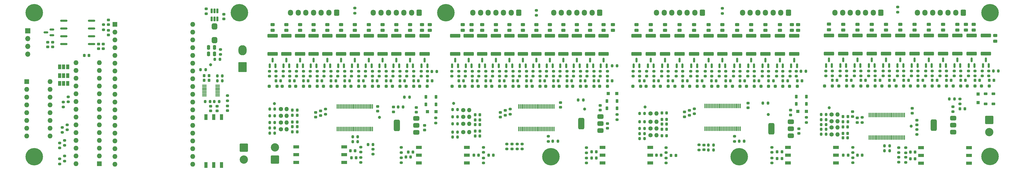
<source format=gts>
%TF.GenerationSoftware,KiCad,Pcbnew,8.0.4*%
%TF.CreationDate,2024-08-06T18:21:14+08:00*%
%TF.ProjectId,LTC6811_ESP32_V3,4c544336-3831-4315-9f45-535033325f56,rev?*%
%TF.SameCoordinates,Original*%
%TF.FileFunction,Soldermask,Top*%
%TF.FilePolarity,Negative*%
%FSLAX46Y46*%
G04 Gerber Fmt 4.6, Leading zero omitted, Abs format (unit mm)*
G04 Created by KiCad (PCBNEW 8.0.4) date 2024-08-06 18:21:14*
%MOMM*%
%LPD*%
G01*
G04 APERTURE LIST*
G04 Aperture macros list*
%AMRoundRect*
0 Rectangle with rounded corners*
0 $1 Rounding radius*
0 $2 $3 $4 $5 $6 $7 $8 $9 X,Y pos of 4 corners*
0 Add a 4 corners polygon primitive as box body*
4,1,4,$2,$3,$4,$5,$6,$7,$8,$9,$2,$3,0*
0 Add four circle primitives for the rounded corners*
1,1,$1+$1,$2,$3*
1,1,$1+$1,$4,$5*
1,1,$1+$1,$6,$7*
1,1,$1+$1,$8,$9*
0 Add four rect primitives between the rounded corners*
20,1,$1+$1,$2,$3,$4,$5,0*
20,1,$1+$1,$4,$5,$6,$7,0*
20,1,$1+$1,$6,$7,$8,$9,0*
20,1,$1+$1,$8,$9,$2,$3,0*%
G04 Aperture macros list end*
%ADD10R,1.600000X1.600000*%
%ADD11O,1.600000X1.600000*%
%ADD12RoundRect,0.225000X0.225000X0.375000X-0.225000X0.375000X-0.225000X-0.375000X0.225000X-0.375000X0*%
%ADD13RoundRect,0.218750X0.256250X-0.218750X0.256250X0.218750X-0.256250X0.218750X-0.256250X-0.218750X0*%
%ADD14RoundRect,0.200000X0.275000X-0.200000X0.275000X0.200000X-0.275000X0.200000X-0.275000X-0.200000X0*%
%ADD15C,1.000000*%
%ADD16RoundRect,0.150000X0.150000X-0.587500X0.150000X0.587500X-0.150000X0.587500X-0.150000X-0.587500X0*%
%ADD17RoundRect,0.250000X0.250000X0.250000X-0.250000X0.250000X-0.250000X-0.250000X0.250000X-0.250000X0*%
%ADD18RoundRect,0.243750X-0.456250X0.243750X-0.456250X-0.243750X0.456250X-0.243750X0.456250X0.243750X0*%
%ADD19RoundRect,0.200000X-0.275000X0.200000X-0.275000X-0.200000X0.275000X-0.200000X0.275000X0.200000X0*%
%ADD20RoundRect,0.200000X0.200000X0.275000X-0.200000X0.275000X-0.200000X-0.275000X0.200000X-0.275000X0*%
%ADD21RoundRect,0.250001X-1.099999X1.099999X-1.099999X-1.099999X1.099999X-1.099999X1.099999X1.099999X0*%
%ADD22C,2.700000*%
%ADD23RoundRect,0.225000X-0.225000X-0.250000X0.225000X-0.250000X0.225000X0.250000X-0.225000X0.250000X0*%
%ADD24RoundRect,0.225000X0.225000X0.250000X-0.225000X0.250000X-0.225000X-0.250000X0.225000X-0.250000X0*%
%ADD25C,1.400000*%
%ADD26O,1.400000X1.400000*%
%ADD27RoundRect,0.250000X-1.425000X0.362500X-1.425000X-0.362500X1.425000X-0.362500X1.425000X0.362500X0*%
%ADD28R,1.000000X1.500000*%
%ADD29O,1.700000X1.950000*%
%ADD30RoundRect,0.250000X0.600000X0.725000X-0.600000X0.725000X-0.600000X-0.725000X0.600000X-0.725000X0*%
%ADD31RoundRect,0.200000X-0.200000X-0.275000X0.200000X-0.275000X0.200000X0.275000X-0.200000X0.275000X0*%
%ADD32C,5.700000*%
%ADD33RoundRect,0.225000X-0.250000X0.225000X-0.250000X-0.225000X0.250000X-0.225000X0.250000X0.225000X0*%
%ADD34RoundRect,0.225000X0.250000X-0.225000X0.250000X0.225000X-0.250000X0.225000X-0.250000X-0.225000X0*%
%ADD35RoundRect,0.150000X0.587500X0.150000X-0.587500X0.150000X-0.587500X-0.150000X0.587500X-0.150000X0*%
%ADD36RoundRect,0.075000X-0.075000X0.662500X-0.075000X-0.662500X0.075000X-0.662500X0.075000X0.662500X0*%
%ADD37RoundRect,0.225000X-0.375000X0.225000X-0.375000X-0.225000X0.375000X-0.225000X0.375000X0.225000X0*%
%ADD38RoundRect,0.250001X1.099999X-1.099999X1.099999X1.099999X-1.099999X1.099999X-1.099999X-1.099999X0*%
%ADD39R,1.950000X1.020000*%
%ADD40RoundRect,0.250000X0.300000X0.300000X-0.300000X0.300000X-0.300000X-0.300000X0.300000X-0.300000X0*%
%ADD41RoundRect,0.450000X-0.450000X0.550000X-0.450000X-0.550000X0.450000X-0.550000X0.450000X0.550000X0*%
%ADD42RoundRect,0.162500X0.162500X-0.617500X0.162500X0.617500X-0.162500X0.617500X-0.162500X-0.617500X0*%
%ADD43RoundRect,0.250000X-0.300000X0.300000X-0.300000X-0.300000X0.300000X-0.300000X0.300000X0.300000X0*%
%ADD44RoundRect,0.250000X0.250000X0.475000X-0.250000X0.475000X-0.250000X-0.475000X0.250000X-0.475000X0*%
%ADD45RoundRect,0.162500X1.012500X0.162500X-1.012500X0.162500X-1.012500X-0.162500X1.012500X-0.162500X0*%
%ADD46RoundRect,0.250001X1.099999X1.399999X-1.099999X1.399999X-1.099999X-1.399999X1.099999X-1.399999X0*%
%ADD47O,2.700000X3.300000*%
%ADD48RoundRect,0.218750X-0.256250X0.218750X-0.256250X-0.218750X0.256250X-0.218750X0.256250X0.218750X0*%
%ADD49RoundRect,0.375000X0.625000X0.375000X-0.625000X0.375000X-0.625000X-0.375000X0.625000X-0.375000X0*%
%ADD50RoundRect,0.500000X0.500000X1.400000X-0.500000X1.400000X-0.500000X-1.400000X0.500000X-1.400000X0*%
%ADD51RoundRect,0.075000X-0.650000X-0.075000X0.650000X-0.075000X0.650000X0.075000X-0.650000X0.075000X0*%
%ADD52R,1.020000X1.950000*%
%ADD53R,1.700000X1.700000*%
%ADD54O,1.700000X1.700000*%
G04 APERTURE END LIST*
D10*
%TO.C,U8*%
X70365000Y-122821928D03*
D11*
X70365000Y-125361928D03*
X70365000Y-127901928D03*
X70365000Y-130441928D03*
X70365000Y-132981928D03*
X70365000Y-135521928D03*
X70365000Y-138061928D03*
X70365000Y-140601928D03*
X70365000Y-143141928D03*
X70365000Y-145681928D03*
X70365000Y-148221928D03*
X70365000Y-150761928D03*
X70365000Y-153301928D03*
X70365000Y-155841928D03*
X70365000Y-158381928D03*
X70365000Y-160921928D03*
X70365000Y-163461928D03*
X70365000Y-166001928D03*
X70365000Y-168541928D03*
X95765000Y-168541928D03*
X95765000Y-166001928D03*
X95765000Y-163461928D03*
X95765000Y-160921928D03*
X95765000Y-158381928D03*
X95765000Y-155841928D03*
X95765000Y-153301928D03*
X95765000Y-150761928D03*
X95765000Y-148221928D03*
X95765000Y-145681928D03*
X95765000Y-143141928D03*
X95765000Y-140601928D03*
X95765000Y-138061928D03*
X95765000Y-135521928D03*
X95765000Y-132981928D03*
X95765000Y-130441928D03*
X95765000Y-127901928D03*
X95765000Y-125361928D03*
X95765000Y-122821928D03*
%TD*%
D12*
%TO.C,D39*%
X296100000Y-148841928D03*
X292800000Y-148841928D03*
%TD*%
D13*
%TO.C,D25*%
X200000000Y-163529428D03*
X200000000Y-161954428D03*
%TD*%
D14*
%TO.C,R189*%
X243950000Y-139754428D03*
X243950000Y-138104428D03*
%TD*%
D15*
%TO.C,TP7*%
X283600000Y-152241928D03*
%TD*%
D16*
%TO.C,Q36*%
X253700000Y-136366928D03*
X255600000Y-136366928D03*
X254650000Y-134491928D03*
%TD*%
D14*
%TO.C,R138*%
X184750000Y-139766928D03*
X184750000Y-138116928D03*
%TD*%
D17*
%TO.C,D43*%
X288400000Y-143041928D03*
X285900000Y-143041928D03*
%TD*%
D16*
%TO.C,Q50*%
X311800000Y-136279428D03*
X313700000Y-136279428D03*
X312750000Y-134404428D03*
%TD*%
D18*
%TO.C,F51*%
X308100000Y-122804428D03*
X308100000Y-124679428D03*
%TD*%
D19*
%TO.C,R91*%
X234250000Y-152316928D03*
X234250000Y-153966928D03*
%TD*%
D20*
%TO.C,R4*%
X122525000Y-156641928D03*
X120875000Y-156641928D03*
%TD*%
D21*
%TO.C,J9*%
X355750000Y-154042500D03*
D22*
X355750000Y-158002500D03*
%TD*%
D23*
%TO.C,C72*%
X312725000Y-165541928D03*
X314275000Y-165541928D03*
%TD*%
D16*
%TO.C,Q39*%
X239650000Y-136379428D03*
X241550000Y-136379428D03*
X240600000Y-134504428D03*
%TD*%
D24*
%TO.C,C9*%
X189480000Y-154041928D03*
X187930000Y-154041928D03*
%TD*%
D14*
%TO.C,R225*%
X330400000Y-139666928D03*
X330400000Y-138016928D03*
%TD*%
D23*
%TO.C,C132*%
X341800000Y-141141928D03*
X343350000Y-141141928D03*
%TD*%
D18*
%TO.C,F10*%
X135200000Y-122904428D03*
X135200000Y-124779428D03*
%TD*%
D25*
%TO.C,TH19*%
X304295000Y-154441928D03*
D26*
X306195000Y-154441928D03*
%TD*%
D27*
%TO.C,R211*%
X350000000Y-126479428D03*
X350000000Y-132404428D03*
%TD*%
D28*
%TO.C,JP3*%
X52300000Y-136741928D03*
X53600000Y-136741928D03*
X54900000Y-136741928D03*
%TD*%
D23*
%TO.C,C84*%
X200300000Y-141241928D03*
X201850000Y-141241928D03*
%TD*%
D29*
%TO.C,J15*%
X247150000Y-119041928D03*
X249650000Y-119041928D03*
X252150000Y-119041928D03*
X254650000Y-119041928D03*
X257150000Y-119041928D03*
X259650000Y-119041928D03*
D30*
X262150000Y-119041928D03*
%TD*%
D29*
%TO.C,J14*%
X275200000Y-119041928D03*
X277700000Y-119041928D03*
X280200000Y-119041928D03*
X282700000Y-119041928D03*
X285200000Y-119041928D03*
X287700000Y-119041928D03*
D30*
X290200000Y-119041928D03*
%TD*%
D16*
%TO.C,Q46*%
X330450000Y-136279428D03*
X332350000Y-136279428D03*
X331400000Y-134404428D03*
%TD*%
D19*
%TO.C,R2*%
X163800000Y-163041928D03*
X163800000Y-164691928D03*
%TD*%
D14*
%TO.C,R170*%
X274400000Y-139754428D03*
X274400000Y-138104428D03*
%TD*%
D31*
%TO.C,R18*%
X300875000Y-158741928D03*
X302525000Y-158741928D03*
%TD*%
D17*
%TO.C,D14*%
X154400000Y-143041928D03*
X151900000Y-143041928D03*
%TD*%
D18*
%TO.C,F5*%
X157700000Y-122904428D03*
X157700000Y-124779428D03*
%TD*%
D14*
%TO.C,R210*%
X353500000Y-139666928D03*
X353500000Y-138016928D03*
%TD*%
D16*
%TO.C,Q51*%
X307125000Y-136279428D03*
X309025000Y-136279428D03*
X308075000Y-134404428D03*
%TD*%
D17*
%TO.C,D68*%
X309175000Y-142941928D03*
X306675000Y-142941928D03*
%TD*%
D32*
%TO.C,J1*%
X356000000Y-119000000D03*
%TD*%
D16*
%TO.C,Q29*%
X286500000Y-136366928D03*
X288400000Y-136366928D03*
X287450000Y-134491928D03*
%TD*%
D33*
%TO.C,C34*%
X65000000Y-129241928D03*
X65000000Y-130791928D03*
%TD*%
D18*
%TO.C,F19*%
X212300000Y-122904428D03*
X212300000Y-124779428D03*
%TD*%
D23*
%TO.C,C62*%
X122925000Y-141241928D03*
X124475000Y-141241928D03*
%TD*%
D34*
%TO.C,C35*%
X48400000Y-130216928D03*
X48400000Y-128666928D03*
%TD*%
D31*
%TO.C,R48*%
X162775000Y-149841928D03*
X164425000Y-149841928D03*
%TD*%
D14*
%TO.C,R26*%
X328500000Y-167925000D03*
X328500000Y-166275000D03*
%TD*%
D27*
%TO.C,R121*%
X207900000Y-126579428D03*
X207900000Y-132504428D03*
%TD*%
D24*
%TO.C,C18*%
X309570000Y-156341928D03*
X308020000Y-156341928D03*
%TD*%
D19*
%TO.C,R52*%
X311200000Y-166416928D03*
X311200000Y-168066928D03*
%TD*%
D27*
%TO.C,R88*%
X121825000Y-126579428D03*
X121825000Y-132504428D03*
%TD*%
D24*
%TO.C,C5*%
X129829962Y-150854428D03*
X128279962Y-150854428D03*
%TD*%
D15*
%TO.C,TP3*%
X156700000Y-153241928D03*
%TD*%
D18*
%TO.C,F31*%
X278050000Y-122891928D03*
X278050000Y-124766928D03*
%TD*%
D23*
%TO.C,C107*%
X274400000Y-141241928D03*
X275950000Y-141241928D03*
%TD*%
D25*
%TO.C,TH8*%
X184095000Y-155341928D03*
D26*
X185995000Y-155341928D03*
%TD*%
D14*
%TO.C,R233*%
X318525000Y-139666928D03*
X318525000Y-138016928D03*
%TD*%
D35*
%TO.C,D5*%
X49737500Y-126391928D03*
X49737500Y-124491928D03*
X47862500Y-125441928D03*
%TD*%
D20*
%TO.C,R19*%
X302525000Y-157141928D03*
X300875000Y-157141928D03*
%TD*%
D19*
%TO.C,R49*%
X190700000Y-162991928D03*
X190700000Y-164641928D03*
%TD*%
D14*
%TO.C,R123*%
X206800000Y-139766928D03*
X206800000Y-138116928D03*
%TD*%
D27*
%TO.C,R112*%
X221100000Y-126579428D03*
X221100000Y-132504428D03*
%TD*%
D15*
%TO.C,TP4*%
X122400000Y-148741928D03*
%TD*%
D24*
%TO.C,C68*%
X61875000Y-132941928D03*
X60325000Y-132941928D03*
%TD*%
D27*
%TO.C,R172*%
X268650000Y-126566928D03*
X268650000Y-132491928D03*
%TD*%
D33*
%TO.C,C37*%
X156100000Y-149641928D03*
X156100000Y-151191928D03*
%TD*%
D17*
%TO.C,D37*%
X182900000Y-143041928D03*
X180400000Y-143041928D03*
%TD*%
D14*
%TO.C,R90*%
X120775000Y-139766928D03*
X120775000Y-138116928D03*
%TD*%
D20*
%TO.C,R30*%
X104625000Y-134241928D03*
X102975000Y-134241928D03*
%TD*%
D24*
%TO.C,C17*%
X309570000Y-158441928D03*
X308020000Y-158441928D03*
%TD*%
D17*
%TO.C,D50*%
X255650000Y-143029428D03*
X253150000Y-143029428D03*
%TD*%
D14*
%TO.C,R234*%
X316425000Y-139666928D03*
X316425000Y-138016928D03*
%TD*%
D17*
%TO.C,D11*%
X167900000Y-143041928D03*
X165400000Y-143041928D03*
%TD*%
D33*
%TO.C,C89*%
X277000000Y-148566928D03*
X277000000Y-150116928D03*
%TD*%
D16*
%TO.C,Q42*%
X349050000Y-136279428D03*
X350950000Y-136279428D03*
X350000000Y-134404428D03*
%TD*%
D23*
%TO.C,C105*%
X283725000Y-141241928D03*
X285275000Y-141241928D03*
%TD*%
D36*
%TO.C,U13*%
X274500000Y-149516928D03*
X274000000Y-149516928D03*
X273500000Y-149516928D03*
X273000000Y-149516928D03*
X272500000Y-149516928D03*
X272000000Y-149516928D03*
X271500000Y-149516928D03*
X271000000Y-149516928D03*
X270500000Y-149516928D03*
X270000000Y-149516928D03*
X269500000Y-149516928D03*
X269000000Y-149516928D03*
X268500000Y-149516928D03*
X268000000Y-149516928D03*
X267500000Y-149516928D03*
X267000000Y-149516928D03*
X266500000Y-149516928D03*
X266000000Y-149516928D03*
X265500000Y-149516928D03*
X265000000Y-149516928D03*
X264500000Y-149516928D03*
X264000000Y-149516928D03*
X263500000Y-149516928D03*
X263000000Y-149516928D03*
X263000000Y-156941928D03*
X263500000Y-156941928D03*
X264000000Y-156941928D03*
X264500000Y-156941928D03*
X265000000Y-156941928D03*
X265500000Y-156941928D03*
X266000000Y-156941928D03*
X266500000Y-156941928D03*
X267000000Y-156941928D03*
X267500000Y-156941928D03*
X268000000Y-156941928D03*
X268500000Y-156941928D03*
X269000000Y-156941928D03*
X269500000Y-156941928D03*
X270000000Y-156941928D03*
X270500000Y-156941928D03*
X271000000Y-156941928D03*
X271500000Y-156941928D03*
X272000000Y-156941928D03*
X272500000Y-156941928D03*
X273000000Y-156941928D03*
X273500000Y-156941928D03*
X274000000Y-156941928D03*
X274500000Y-156941928D03*
%TD*%
D14*
%TO.C,R63*%
X161100000Y-139766928D03*
X161100000Y-138116928D03*
%TD*%
D23*
%TO.C,C61*%
X127425000Y-141241928D03*
X128975000Y-141241928D03*
%TD*%
D27*
%TO.C,R133*%
X190250000Y-126579428D03*
X190250000Y-132504428D03*
%TD*%
D14*
%TO.C,R117*%
X215600000Y-139766928D03*
X215600000Y-138116928D03*
%TD*%
D19*
%TO.C,TH1*%
X148700000Y-117516928D03*
X148700000Y-119166928D03*
%TD*%
D34*
%TO.C,C116*%
X311100000Y-152916928D03*
X311100000Y-151366928D03*
%TD*%
D32*
%TO.C,J19*%
X178400000Y-119041928D03*
%TD*%
D17*
%TO.C,D69*%
X304525000Y-142941928D03*
X302025000Y-142941928D03*
%TD*%
D27*
%TO.C,R229*%
X322100000Y-126479428D03*
X322100000Y-132404428D03*
%TD*%
D37*
%TO.C,D55*%
X354600000Y-145550000D03*
X354600000Y-148850000D03*
%TD*%
D24*
%TO.C,C10*%
X189475000Y-152341928D03*
X187925000Y-152341928D03*
%TD*%
D27*
%TO.C,R184*%
X249950000Y-126566928D03*
X249950000Y-132491928D03*
%TD*%
D31*
%TO.C,R100*%
X274100000Y-161041928D03*
X275750000Y-161041928D03*
%TD*%
D14*
%TO.C,R186*%
X248825000Y-139754428D03*
X248825000Y-138104428D03*
%TD*%
D38*
%TO.C,J20*%
X122550000Y-166999428D03*
D22*
X122550000Y-163039428D03*
%TD*%
D24*
%TO.C,C7*%
X189475000Y-157741928D03*
X187925000Y-157741928D03*
%TD*%
D39*
%TO.C,TR3*%
X185220000Y-168081928D03*
X185220000Y-165541928D03*
X185220000Y-163001928D03*
X169580000Y-163001928D03*
X169580000Y-165541928D03*
X169580000Y-168081928D03*
%TD*%
D17*
%TO.C,D62*%
X337150000Y-142941928D03*
X334650000Y-142941928D03*
%TD*%
D40*
%TO.C,D40*%
X296100000Y-151241928D03*
X293300000Y-151241928D03*
%TD*%
D27*
%TO.C,R157*%
X292050000Y-126579428D03*
X292050000Y-132504428D03*
%TD*%
D14*
%TO.C,R72*%
X147600000Y-139766928D03*
X147600000Y-138116928D03*
%TD*%
D23*
%TO.C,C114*%
X241600000Y-141241928D03*
X243150000Y-141241928D03*
%TD*%
D14*
%TO.C,R168*%
X276950000Y-139754428D03*
X276950000Y-138104428D03*
%TD*%
D40*
%TO.C,D8*%
X175175000Y-151341928D03*
X172375000Y-151341928D03*
%TD*%
D16*
%TO.C,Q24*%
X189300000Y-136379428D03*
X191200000Y-136379428D03*
X190250000Y-134504428D03*
%TD*%
D41*
%TO.C,L1*%
X102857500Y-123504428D03*
X102857500Y-128004428D03*
%TD*%
D31*
%TO.C,R98*%
X213275000Y-161041928D03*
X214925000Y-161041928D03*
%TD*%
D18*
%TO.C,F50*%
X312750000Y-122804428D03*
X312750000Y-124679428D03*
%TD*%
D23*
%TO.C,C24*%
X165325000Y-166141928D03*
X166875000Y-166141928D03*
%TD*%
D34*
%TO.C,C29*%
X101600000Y-151116928D03*
X101600000Y-149566928D03*
%TD*%
D27*
%TO.C,R241*%
X303425000Y-126479428D03*
X303425000Y-132404428D03*
%TD*%
%TO.C,R118*%
X212300000Y-126579428D03*
X212300000Y-132504428D03*
%TD*%
D16*
%TO.C,Q8*%
X143250000Y-136379428D03*
X145150000Y-136379428D03*
X144200000Y-134504428D03*
%TD*%
D14*
%TO.C,R25*%
X328500000Y-164791928D03*
X328500000Y-163141928D03*
%TD*%
D17*
%TO.C,D45*%
X279050000Y-143029428D03*
X276550000Y-143029428D03*
%TD*%
D10*
%TO.C,SW1*%
X41600000Y-141501928D03*
D11*
X41600000Y-144041928D03*
X41600000Y-146581928D03*
X41600000Y-149121928D03*
X41600000Y-151661928D03*
X41600000Y-154201928D03*
X41600000Y-156741928D03*
X41600000Y-159281928D03*
X49220000Y-159281928D03*
X49220000Y-156741928D03*
X49220000Y-154201928D03*
X49220000Y-151661928D03*
X49220000Y-149121928D03*
X49220000Y-146581928D03*
X49220000Y-144041928D03*
X49220000Y-141501928D03*
%TD*%
D14*
%TO.C,R45*%
X139100000Y-152166928D03*
X139100000Y-150516928D03*
%TD*%
D24*
%TO.C,C2*%
X129829962Y-156241928D03*
X128279962Y-156241928D03*
%TD*%
D17*
%TO.C,D36*%
X187050000Y-143041928D03*
X184550000Y-143041928D03*
%TD*%
D14*
%TO.C,R128*%
X200300000Y-139766928D03*
X200300000Y-138116928D03*
%TD*%
%TO.C,R69*%
X152100000Y-139766928D03*
X152100000Y-138116928D03*
%TD*%
D19*
%TO.C,R93*%
X326200000Y-163116928D03*
X326200000Y-164766928D03*
%TD*%
D16*
%TO.C,Q3*%
X165750000Y-136379428D03*
X167650000Y-136379428D03*
X166700000Y-134504428D03*
%TD*%
D19*
%TO.C,R40*%
X175100000Y-153416928D03*
X175100000Y-155066928D03*
%TD*%
D42*
%TO.C,U6*%
X101907500Y-121079428D03*
X102857500Y-121079428D03*
X103807500Y-121079428D03*
X103807500Y-118379428D03*
X102857500Y-118379428D03*
X101907500Y-118379428D03*
%TD*%
D18*
%TO.C,F40*%
X357700000Y-126462500D03*
X357700000Y-128337500D03*
%TD*%
D13*
%TO.C,D41*%
X262600000Y-163829428D03*
X262600000Y-162254428D03*
%TD*%
D15*
%TO.C,TP2*%
X101600000Y-136041928D03*
%TD*%
D34*
%TO.C,C117*%
X312700000Y-154916928D03*
X312700000Y-153366928D03*
%TD*%
D14*
%TO.C,R212*%
X351100000Y-139666928D03*
X351100000Y-138016928D03*
%TD*%
%TO.C,R57*%
X170300000Y-139766928D03*
X170300000Y-138116928D03*
%TD*%
D23*
%TO.C,C113*%
X246250000Y-141241928D03*
X247800000Y-141241928D03*
%TD*%
D20*
%TO.C,R11*%
X182225000Y-153041928D03*
X180575000Y-153041928D03*
%TD*%
D27*
%TO.C,R64*%
X157700000Y-126579428D03*
X157700000Y-132504428D03*
%TD*%
D25*
%TO.C,TH20*%
X304295000Y-152241928D03*
D26*
X306195000Y-152241928D03*
%TD*%
D24*
%TO.C,C19*%
X309595000Y-154641928D03*
X308045000Y-154641928D03*
%TD*%
D14*
%TO.C,R209*%
X355600000Y-139666928D03*
X355600000Y-138016928D03*
%TD*%
D19*
%TO.C,R50*%
X250300000Y-166491928D03*
X250300000Y-168141928D03*
%TD*%
D14*
%TO.C,R94*%
X201700000Y-163579428D03*
X201700000Y-161929428D03*
%TD*%
D19*
%TO.C,R32*%
X150600000Y-162916928D03*
X150600000Y-164566928D03*
%TD*%
D14*
%TO.C,R89*%
X122925000Y-139766928D03*
X122925000Y-138116928D03*
%TD*%
D16*
%TO.C,Q33*%
X267700000Y-136366928D03*
X269600000Y-136366928D03*
X268650000Y-134491928D03*
%TD*%
D17*
%TO.C,D65*%
X323200000Y-142941928D03*
X320700000Y-142941928D03*
%TD*%
D23*
%TO.C,C86*%
X191450000Y-141241928D03*
X193000000Y-141241928D03*
%TD*%
D19*
%TO.C,R151*%
X52300000Y-166791928D03*
X52300000Y-168441928D03*
%TD*%
D18*
%TO.C,F39*%
X240600000Y-122891928D03*
X240600000Y-124766928D03*
%TD*%
D20*
%TO.C,R16*%
X243250000Y-154641928D03*
X241600000Y-154641928D03*
%TD*%
D24*
%TO.C,C50*%
X149100000Y-166441928D03*
X147550000Y-166441928D03*
%TD*%
D17*
%TO.C,D46*%
X274400000Y-143029428D03*
X271900000Y-143029428D03*
%TD*%
D24*
%TO.C,C47*%
X227475000Y-164441928D03*
X225925000Y-164441928D03*
%TD*%
D20*
%TO.C,FB3*%
X295925000Y-138141928D03*
X294275000Y-138141928D03*
%TD*%
D24*
%TO.C,C31*%
X101041244Y-139541928D03*
X99491244Y-139541928D03*
%TD*%
D27*
%TO.C,R67*%
X153200000Y-126579428D03*
X153200000Y-132504428D03*
%TD*%
D16*
%TO.C,Q5*%
X156750000Y-136379428D03*
X158650000Y-136379428D03*
X157700000Y-134504428D03*
%TD*%
%TO.C,Q45*%
X335100000Y-136279428D03*
X337000000Y-136279428D03*
X336050000Y-134404428D03*
%TD*%
D18*
%TO.C,F23*%
X194700000Y-122904428D03*
X194700000Y-124779428D03*
%TD*%
D14*
%TO.C,R147*%
X259500000Y-152066928D03*
X259500000Y-150416928D03*
%TD*%
D34*
%TO.C,C21*%
X100157500Y-119316928D03*
X100157500Y-117766928D03*
%TD*%
D23*
%TO.C,C70*%
X192325000Y-165541928D03*
X193875000Y-165541928D03*
%TD*%
D16*
%TO.C,Q11*%
X129850000Y-136379428D03*
X131750000Y-136379428D03*
X130800000Y-134504428D03*
%TD*%
D20*
%TO.C,R10*%
X182225000Y-155341928D03*
X180575000Y-155341928D03*
%TD*%
D14*
%TO.C,R218*%
X341800000Y-139666928D03*
X341800000Y-138016928D03*
%TD*%
D23*
%TO.C,C69*%
X147225000Y-164141928D03*
X148775000Y-164141928D03*
%TD*%
D16*
%TO.C,Q25*%
X184900000Y-136379428D03*
X186800000Y-136379428D03*
X185850000Y-134504428D03*
%TD*%
D18*
%TO.C,F15*%
X229900000Y-122904428D03*
X229900000Y-124779428D03*
%TD*%
D19*
%TO.C,R23*%
X284800000Y-166491928D03*
X284800000Y-168141928D03*
%TD*%
D25*
%TO.C,TH17*%
X304300000Y-158841928D03*
D26*
X306200000Y-158841928D03*
%TD*%
D24*
%TO.C,C22*%
X309595000Y-152941928D03*
X308045000Y-152941928D03*
%TD*%
D14*
%TO.C,R180*%
X258350000Y-139754428D03*
X258350000Y-138104428D03*
%TD*%
D43*
%TO.C,D56*%
X352100000Y-145600000D03*
X352100000Y-148400000D03*
%TD*%
D17*
%TO.C,D58*%
X355750000Y-142941928D03*
X353250000Y-142941928D03*
%TD*%
D14*
%TO.C,R161*%
X288400000Y-139766928D03*
X288400000Y-138116928D03*
%TD*%
D15*
%TO.C,TP10*%
X303500000Y-150091928D03*
%TD*%
D20*
%TO.C,R9*%
X182225000Y-158041928D03*
X180575000Y-158041928D03*
%TD*%
D27*
%TO.C,R169*%
X273450000Y-126566928D03*
X273450000Y-132491928D03*
%TD*%
D29*
%TO.C,J17*%
X305400000Y-119000000D03*
X307900000Y-119000000D03*
X310400000Y-119000000D03*
X312900000Y-119000000D03*
X315400000Y-119000000D03*
X317900000Y-119000000D03*
D30*
X320400000Y-119000000D03*
%TD*%
D25*
%TO.C,TH3*%
X124495000Y-154941928D03*
D26*
X126395000Y-154941928D03*
%TD*%
D23*
%TO.C,C82*%
X209100000Y-141241928D03*
X210650000Y-141241928D03*
%TD*%
D34*
%TO.C,C90*%
X256300000Y-153016928D03*
X256300000Y-151466928D03*
%TD*%
D23*
%TO.C,C55*%
X154400000Y-141241928D03*
X155950000Y-141241928D03*
%TD*%
D20*
%TO.C,R7*%
X122525000Y-150541928D03*
X120875000Y-150541928D03*
%TD*%
D18*
%TO.C,F2*%
X170600000Y-122904428D03*
X170600000Y-124779428D03*
%TD*%
D27*
%TO.C,R217*%
X340700000Y-126479428D03*
X340700000Y-132404428D03*
%TD*%
%TO.C,R181*%
X254650000Y-126566928D03*
X254650000Y-132491928D03*
%TD*%
D17*
%TO.C,D61*%
X341800000Y-142941928D03*
X339300000Y-142941928D03*
%TD*%
D16*
%TO.C,Q19*%
X211350000Y-136379428D03*
X213250000Y-136379428D03*
X212300000Y-134504428D03*
%TD*%
D14*
%TO.C,R74*%
X145400000Y-139766928D03*
X145400000Y-138116928D03*
%TD*%
D16*
%TO.C,Q2*%
X170450000Y-136379428D03*
X172350000Y-136379428D03*
X171400000Y-134504428D03*
%TD*%
D23*
%TO.C,C56*%
X149900000Y-141241928D03*
X151450000Y-141241928D03*
%TD*%
D36*
%TO.C,U11*%
X154450000Y-149629428D03*
X153950000Y-149629428D03*
X153450000Y-149629428D03*
X152950000Y-149629428D03*
X152450000Y-149629428D03*
X151950000Y-149629428D03*
X151450000Y-149629428D03*
X150950000Y-149629428D03*
X150450000Y-149629428D03*
X149950000Y-149629428D03*
X149450000Y-149629428D03*
X148950000Y-149629428D03*
X148450000Y-149629428D03*
X147950000Y-149629428D03*
X147450000Y-149629428D03*
X146950000Y-149629428D03*
X146450000Y-149629428D03*
X145950000Y-149629428D03*
X145450000Y-149629428D03*
X144950000Y-149629428D03*
X144450000Y-149629428D03*
X143950000Y-149629428D03*
X143450000Y-149629428D03*
X142950000Y-149629428D03*
X142950000Y-157054428D03*
X143450000Y-157054428D03*
X143950000Y-157054428D03*
X144450000Y-157054428D03*
X144950000Y-157054428D03*
X145450000Y-157054428D03*
X145950000Y-157054428D03*
X146450000Y-157054428D03*
X146950000Y-157054428D03*
X147450000Y-157054428D03*
X147950000Y-157054428D03*
X148450000Y-157054428D03*
X148950000Y-157054428D03*
X149450000Y-157054428D03*
X149950000Y-157054428D03*
X150450000Y-157054428D03*
X150950000Y-157054428D03*
X151450000Y-157054428D03*
X151950000Y-157054428D03*
X152450000Y-157054428D03*
X152950000Y-157054428D03*
X153450000Y-157054428D03*
X153950000Y-157054428D03*
X154450000Y-157054428D03*
%TD*%
D34*
%TO.C,C40*%
X168700000Y-151516928D03*
X168700000Y-149966928D03*
%TD*%
D14*
%TO.C,R191*%
X241600000Y-139766928D03*
X241600000Y-138116928D03*
%TD*%
D23*
%TO.C,C59*%
X136400000Y-141241928D03*
X137950000Y-141241928D03*
%TD*%
D19*
%TO.C,TH16*%
X325900000Y-117175000D03*
X325900000Y-118825000D03*
%TD*%
D16*
%TO.C,Q38*%
X244300000Y-136366928D03*
X246200000Y-136366928D03*
X245250000Y-134491928D03*
%TD*%
D14*
%TO.C,R110*%
X226700000Y-139766928D03*
X226700000Y-138116928D03*
%TD*%
D18*
%TO.C,F14*%
X232900000Y-122904428D03*
X232900000Y-124779428D03*
%TD*%
%TO.C,F8*%
X144200000Y-122904428D03*
X144200000Y-124779428D03*
%TD*%
D17*
%TO.C,D44*%
X283725000Y-143041928D03*
X281225000Y-143041928D03*
%TD*%
D18*
%TO.C,F7*%
X148700000Y-122904428D03*
X148700000Y-124779428D03*
%TD*%
D14*
%TO.C,R99*%
X198300000Y-163554428D03*
X198300000Y-161904428D03*
%TD*%
D23*
%TO.C,C83*%
X204700000Y-141241928D03*
X206250000Y-141241928D03*
%TD*%
D17*
%TO.C,D27*%
X226700000Y-143041928D03*
X224200000Y-143041928D03*
%TD*%
D16*
%TO.C,Q9*%
X138750000Y-136379428D03*
X140650000Y-136379428D03*
X139700000Y-134504428D03*
%TD*%
D23*
%TO.C,C48*%
X225925000Y-166541928D03*
X227475000Y-166541928D03*
%TD*%
D16*
%TO.C,Q20*%
X206950000Y-136379428D03*
X208850000Y-136379428D03*
X207900000Y-134504428D03*
%TD*%
D17*
%TO.C,D32*%
X204700000Y-143041928D03*
X202200000Y-143041928D03*
%TD*%
D23*
%TO.C,C60*%
X131900000Y-141241928D03*
X133450000Y-141241928D03*
%TD*%
%TO.C,C136*%
X323200000Y-141141928D03*
X324750000Y-141141928D03*
%TD*%
D14*
%TO.C,R150*%
X261000000Y-163841928D03*
X261000000Y-162191928D03*
%TD*%
D27*
%TO.C,R136*%
X185850000Y-126579428D03*
X185850000Y-132504428D03*
%TD*%
D17*
%TO.C,D47*%
X269700000Y-143029428D03*
X267200000Y-143029428D03*
%TD*%
D16*
%TO.C,Q41*%
X353700000Y-136279428D03*
X355600000Y-136279428D03*
X354650000Y-134404428D03*
%TD*%
D17*
%TO.C,D26*%
X231100000Y-143041928D03*
X228600000Y-143041928D03*
%TD*%
D23*
%TO.C,C76*%
X308125000Y-165541928D03*
X309675000Y-165541928D03*
%TD*%
D14*
%TO.C,R83*%
X131900000Y-139766928D03*
X131900000Y-138116928D03*
%TD*%
D20*
%TO.C,R143*%
X283525000Y-148541928D03*
X281875000Y-148541928D03*
%TD*%
D33*
%TO.C,C93*%
X293600000Y-156941928D03*
X293600000Y-158491928D03*
%TD*%
D27*
%TO.C,R238*%
X308075000Y-126479428D03*
X308075000Y-132404428D03*
%TD*%
D23*
%TO.C,C103*%
X293100000Y-141241928D03*
X294650000Y-141241928D03*
%TD*%
D14*
%TO.C,R227*%
X327850000Y-139666928D03*
X327850000Y-138016928D03*
%TD*%
D17*
%TO.C,D53*%
X241950000Y-143041928D03*
X239450000Y-143041928D03*
%TD*%
D34*
%TO.C,C65*%
X197800000Y-152516928D03*
X197800000Y-150966928D03*
%TD*%
D14*
%TO.C,R144*%
X53900000Y-162391928D03*
X53900000Y-160741928D03*
%TD*%
%TO.C,R165*%
X281650000Y-139766928D03*
X281650000Y-138116928D03*
%TD*%
D23*
%TO.C,C134*%
X332500000Y-141141928D03*
X334050000Y-141141928D03*
%TD*%
D16*
%TO.C,Q12*%
X125375000Y-136379428D03*
X127275000Y-136379428D03*
X126325000Y-134504428D03*
%TD*%
D17*
%TO.C,D13*%
X158900000Y-143041928D03*
X156400000Y-143041928D03*
%TD*%
D20*
%TO.C,R44*%
X149625000Y-159541928D03*
X147975000Y-159541928D03*
%TD*%
D32*
%TO.C,J8*%
X356000000Y-166000000D03*
%TD*%
D20*
%TO.C,R146*%
X265725000Y-162241928D03*
X264075000Y-162241928D03*
%TD*%
D19*
%TO.C,R24*%
X284800000Y-163016928D03*
X284800000Y-164666928D03*
%TD*%
D17*
%TO.C,D60*%
X346450000Y-142941928D03*
X343950000Y-142941928D03*
%TD*%
D25*
%TO.C,TH9*%
X184095000Y-153041928D03*
D26*
X185995000Y-153041928D03*
%TD*%
D19*
%TO.C,R193*%
X346200000Y-147175000D03*
X346200000Y-148825000D03*
%TD*%
D13*
%TO.C,D57*%
X332100000Y-155687500D03*
X332100000Y-154112500D03*
%TD*%
D23*
%TO.C,C88*%
X182600000Y-141241928D03*
X184150000Y-141241928D03*
%TD*%
D14*
%TO.C,R185*%
X250925000Y-139754428D03*
X250925000Y-138104428D03*
%TD*%
D34*
%TO.C,C42*%
X228800000Y-150841928D03*
X228800000Y-149291928D03*
%TD*%
D18*
%TO.C,F38*%
X245250000Y-122891928D03*
X245250000Y-124766928D03*
%TD*%
D17*
%TO.C,D15*%
X149900000Y-143041928D03*
X147400000Y-143041928D03*
%TD*%
D15*
%TO.C,TP8*%
X243400000Y-149841928D03*
%TD*%
D25*
%TO.C,TH7*%
X184095000Y-158041928D03*
D26*
X185995000Y-158041928D03*
%TD*%
D23*
%TO.C,C57*%
X145400000Y-141241928D03*
X146950000Y-141241928D03*
%TD*%
D18*
%TO.C,F49*%
X317425000Y-122804428D03*
X317425000Y-124679428D03*
%TD*%
D14*
%TO.C,R231*%
X321100000Y-139666928D03*
X321100000Y-138016928D03*
%TD*%
%TO.C,R122*%
X209100000Y-139766928D03*
X209100000Y-138116928D03*
%TD*%
D27*
%TO.C,R109*%
X225500000Y-126579428D03*
X225500000Y-132504428D03*
%TD*%
D44*
%TO.C,C25*%
X102850000Y-130366928D03*
X100950000Y-130366928D03*
%TD*%
D20*
%TO.C,FB1*%
X175425000Y-138241928D03*
X173775000Y-138241928D03*
%TD*%
%TO.C,R92*%
X223225000Y-147541928D03*
X221575000Y-147541928D03*
%TD*%
D14*
%TO.C,R80*%
X136400000Y-139766928D03*
X136400000Y-138116928D03*
%TD*%
D33*
%TO.C,C36*%
X50000000Y-128666928D03*
X50000000Y-130216928D03*
%TD*%
D14*
%TO.C,R56*%
X172350000Y-139766928D03*
X172350000Y-138116928D03*
%TD*%
D27*
%TO.C,R58*%
X166700000Y-126579428D03*
X166700000Y-132504428D03*
%TD*%
D20*
%TO.C,R17*%
X243250000Y-151929428D03*
X241600000Y-151929428D03*
%TD*%
D23*
%TO.C,C52*%
X167900000Y-141241928D03*
X169450000Y-141241928D03*
%TD*%
D14*
%TO.C,R132*%
X193600000Y-139766928D03*
X193600000Y-138116928D03*
%TD*%
D34*
%TO.C,C39*%
X137500000Y-152616928D03*
X137500000Y-151066928D03*
%TD*%
D32*
%TO.C,J2*%
X274100000Y-166041928D03*
%TD*%
D27*
%TO.C,R226*%
X326750000Y-126479428D03*
X326750000Y-132404428D03*
%TD*%
D18*
%TO.C,F44*%
X340700000Y-122804428D03*
X340700000Y-124679428D03*
%TD*%
D17*
%TO.C,D64*%
X327850000Y-142941928D03*
X325350000Y-142941928D03*
%TD*%
D14*
%TO.C,R137*%
X187050000Y-139766928D03*
X187050000Y-138116928D03*
%TD*%
D33*
%TO.C,C33*%
X66500000Y-129241928D03*
X66500000Y-130791928D03*
%TD*%
D18*
%TO.C,F34*%
X264175000Y-122891928D03*
X264175000Y-124766928D03*
%TD*%
D10*
%TO.C,U1*%
X65300000Y-168331928D03*
D11*
X65300000Y-165791928D03*
X65300000Y-163251928D03*
X65300000Y-160711928D03*
X65300000Y-158171928D03*
X65300000Y-155631928D03*
X65300000Y-153091928D03*
X65300000Y-150551928D03*
X65300000Y-148011928D03*
X65300000Y-145471928D03*
X65300000Y-142931928D03*
X65300000Y-140391928D03*
X65300000Y-137851928D03*
X65300000Y-135311928D03*
X57680000Y-135311928D03*
X57680000Y-137851928D03*
X57680000Y-140391928D03*
X57680000Y-142931928D03*
X57680000Y-145471928D03*
X57680000Y-148011928D03*
X57680000Y-150551928D03*
X57680000Y-153091928D03*
X57680000Y-155631928D03*
X57680000Y-158171928D03*
X57680000Y-160711928D03*
X57680000Y-163251928D03*
X57680000Y-165791928D03*
X57680000Y-168331928D03*
%TD*%
D16*
%TO.C,Q32*%
X272500000Y-136366928D03*
X274400000Y-136366928D03*
X273450000Y-134491928D03*
%TD*%
D33*
%TO.C,C41*%
X171450000Y-155841928D03*
X171450000Y-157391928D03*
%TD*%
D23*
%TO.C,C51*%
X172350000Y-141241928D03*
X173900000Y-141241928D03*
%TD*%
D27*
%TO.C,R163*%
X282700000Y-126566928D03*
X282700000Y-132491928D03*
%TD*%
D14*
%TO.C,R126*%
X202400000Y-139766928D03*
X202400000Y-138116928D03*
%TD*%
D23*
%TO.C,C109*%
X265075000Y-141241928D03*
X266625000Y-141241928D03*
%TD*%
D16*
%TO.C,Q44*%
X339750000Y-136279428D03*
X341650000Y-136279428D03*
X340700000Y-134404428D03*
%TD*%
D18*
%TO.C,F21*%
X203500000Y-122904428D03*
X203500000Y-124779428D03*
%TD*%
D19*
%TO.C,R47*%
X211800000Y-159416928D03*
X211800000Y-161066928D03*
%TD*%
D18*
%TO.C,F47*%
X326750000Y-122804428D03*
X326750000Y-124679428D03*
%TD*%
D16*
%TO.C,Q17*%
X220150000Y-136379428D03*
X222050000Y-136379428D03*
X221100000Y-134504428D03*
%TD*%
D23*
%TO.C,C119*%
X346225000Y-150400000D03*
X347775000Y-150400000D03*
%TD*%
%TO.C,C80*%
X217900000Y-141241928D03*
X219450000Y-141241928D03*
%TD*%
D21*
%TO.C,J21*%
X112450000Y-163084428D03*
D22*
X112450000Y-167044428D03*
%TD*%
D20*
%TO.C,R36*%
X101425000Y-148041928D03*
X99775000Y-148041928D03*
%TD*%
D18*
%TO.C,F6*%
X153200000Y-122904428D03*
X153200000Y-124779428D03*
%TD*%
D19*
%TO.C,TH11*%
X268650000Y-117579428D03*
X268650000Y-119229428D03*
%TD*%
%TO.C,R148*%
X52300000Y-161591928D03*
X52300000Y-163241928D03*
%TD*%
D20*
%TO.C,R15*%
X243250000Y-156841928D03*
X241600000Y-156841928D03*
%TD*%
D14*
%TO.C,R65*%
X158900000Y-139766928D03*
X158900000Y-138116928D03*
%TD*%
D16*
%TO.C,Q18*%
X215750000Y-136379428D03*
X217650000Y-136379428D03*
X216700000Y-134504428D03*
%TD*%
D19*
%TO.C,R27*%
X224300000Y-166491928D03*
X224300000Y-168141928D03*
%TD*%
D14*
%TO.C,R59*%
X167900000Y-139766928D03*
X167900000Y-138116928D03*
%TD*%
D18*
%TO.C,F35*%
X259450000Y-122891928D03*
X259450000Y-124766928D03*
%TD*%
%TO.C,F48*%
X322100000Y-122804428D03*
X322100000Y-124679428D03*
%TD*%
D45*
%TO.C,U10*%
X62725000Y-129251928D03*
X62725000Y-126711928D03*
X62725000Y-124171928D03*
X62725000Y-121631928D03*
X53675000Y-121631928D03*
X53675000Y-124171928D03*
X53675000Y-126711928D03*
X53675000Y-129251928D03*
%TD*%
D14*
%TO.C,R182*%
X255650000Y-139754428D03*
X255650000Y-138104428D03*
%TD*%
D23*
%TO.C,C140*%
X304525000Y-141141928D03*
X306075000Y-141141928D03*
%TD*%
D28*
%TO.C,JP1*%
X52300000Y-142141928D03*
X53600000Y-142141928D03*
X54900000Y-142141928D03*
%TD*%
D31*
%TO.C,R42*%
X152975000Y-162141928D03*
X154625000Y-162141928D03*
%TD*%
D18*
%TO.C,F25*%
X186800000Y-122904428D03*
X186800000Y-124779428D03*
%TD*%
%TO.C,F1*%
X173100000Y-122904428D03*
X173100000Y-124779428D03*
%TD*%
D14*
%TO.C,R215*%
X346450000Y-139666928D03*
X346450000Y-138016928D03*
%TD*%
D18*
%TO.C,F37*%
X249950000Y-122891928D03*
X249950000Y-124766928D03*
%TD*%
%TO.C,F32*%
X273450000Y-122891928D03*
X273450000Y-124766928D03*
%TD*%
D24*
%TO.C,C26*%
X167625000Y-164541928D03*
X166075000Y-164541928D03*
%TD*%
D16*
%TO.C,Q26*%
X180450000Y-136379428D03*
X182350000Y-136379428D03*
X181400000Y-134504428D03*
%TD*%
D14*
%TO.C,R243*%
X302425000Y-139691928D03*
X302425000Y-138041928D03*
%TD*%
%TO.C,R239*%
X309175000Y-139666928D03*
X309175000Y-138016928D03*
%TD*%
D33*
%TO.C,C67*%
X231100000Y-155241928D03*
X231100000Y-156791928D03*
%TD*%
D23*
%TO.C,C137*%
X318525000Y-141141928D03*
X320075000Y-141141928D03*
%TD*%
D16*
%TO.C,Q52*%
X302475000Y-136279428D03*
X304375000Y-136279428D03*
X303425000Y-134404428D03*
%TD*%
D23*
%TO.C,C85*%
X195900000Y-141241928D03*
X197450000Y-141241928D03*
%TD*%
D27*
%TO.C,R190*%
X240600000Y-126579428D03*
X240600000Y-132504428D03*
%TD*%
D29*
%TO.C,J11*%
X127700000Y-119041928D03*
X130200000Y-119041928D03*
X132700000Y-119041928D03*
X135200000Y-119041928D03*
X137700000Y-119041928D03*
X140200000Y-119041928D03*
D30*
X142700000Y-119041928D03*
%TD*%
D19*
%TO.C,R102*%
X55100000Y-146516928D03*
X55100000Y-148166928D03*
%TD*%
D18*
%TO.C,F42*%
X348100000Y-122804428D03*
X348100000Y-124679428D03*
%TD*%
D34*
%TO.C,C20*%
X105907500Y-121066928D03*
X105907500Y-119516928D03*
%TD*%
D25*
%TO.C,TH5*%
X124495000Y-150541928D03*
D26*
X126395000Y-150541928D03*
%TD*%
D17*
%TO.C,D48*%
X265150000Y-143029428D03*
X262650000Y-143029428D03*
%TD*%
%TO.C,D42*%
X293100000Y-143041928D03*
X290600000Y-143041928D03*
%TD*%
D27*
%TO.C,R82*%
X130800000Y-126579428D03*
X130800000Y-132504428D03*
%TD*%
D14*
%TO.C,R87*%
X125300000Y-139766928D03*
X125300000Y-138116928D03*
%TD*%
D23*
%TO.C,C139*%
X309175000Y-141141928D03*
X310725000Y-141141928D03*
%TD*%
D14*
%TO.C,R173*%
X269700000Y-139754428D03*
X269700000Y-138104428D03*
%TD*%
D15*
%TO.C,TP5*%
X223700000Y-150541928D03*
%TD*%
D14*
%TO.C,R131*%
X195900000Y-139766928D03*
X195900000Y-138116928D03*
%TD*%
%TO.C,R66*%
X156600000Y-139766928D03*
X156600000Y-138116928D03*
%TD*%
%TO.C,R129*%
X198000000Y-139766928D03*
X198000000Y-138116928D03*
%TD*%
D27*
%TO.C,R208*%
X354650000Y-126479428D03*
X354650000Y-132404428D03*
%TD*%
D34*
%TO.C,C91*%
X257900000Y-152516928D03*
X257900000Y-150966928D03*
%TD*%
D16*
%TO.C,Q7*%
X147750000Y-136379428D03*
X149650000Y-136379428D03*
X148700000Y-134504428D03*
%TD*%
D14*
%TO.C,R140*%
X182600000Y-139766928D03*
X182600000Y-138116928D03*
%TD*%
D23*
%TO.C,C32*%
X99491244Y-141091928D03*
X101041244Y-141091928D03*
%TD*%
D34*
%TO.C,C43*%
X290900000Y-152416928D03*
X290900000Y-150866928D03*
%TD*%
D20*
%TO.C,R194*%
X344400000Y-147241928D03*
X342750000Y-147241928D03*
%TD*%
D33*
%TO.C,C115*%
X330600000Y-150266928D03*
X330600000Y-151816928D03*
%TD*%
D12*
%TO.C,D7*%
X175150000Y-148941928D03*
X171850000Y-148941928D03*
%TD*%
D17*
%TO.C,D29*%
X217900000Y-143041928D03*
X215400000Y-143041928D03*
%TD*%
D16*
%TO.C,Q4*%
X161250000Y-136379428D03*
X163150000Y-136379428D03*
X162200000Y-134504428D03*
%TD*%
D14*
%TO.C,R183*%
X253550000Y-139754428D03*
X253550000Y-138104428D03*
%TD*%
D19*
%TO.C,R46*%
X190700000Y-166491928D03*
X190700000Y-168141928D03*
%TD*%
D16*
%TO.C,Q23*%
X193750000Y-136379428D03*
X195650000Y-136379428D03*
X194700000Y-134504428D03*
%TD*%
D24*
%TO.C,C8*%
X189475000Y-155541928D03*
X187925000Y-155541928D03*
%TD*%
D18*
%TO.C,F52*%
X303400000Y-122762500D03*
X303400000Y-124637500D03*
%TD*%
D27*
%TO.C,R223*%
X331400000Y-126479428D03*
X331400000Y-132404428D03*
%TD*%
D16*
%TO.C,Q10*%
X134250000Y-136379428D03*
X136150000Y-136379428D03*
X135200000Y-134504428D03*
%TD*%
D18*
%TO.C,F9*%
X139700000Y-122904428D03*
X139700000Y-124779428D03*
%TD*%
D14*
%TO.C,R134*%
X191450000Y-139766928D03*
X191450000Y-138116928D03*
%TD*%
D24*
%TO.C,C6*%
X189475000Y-159341928D03*
X187925000Y-159341928D03*
%TD*%
D27*
%TO.C,R73*%
X144200000Y-126579428D03*
X144200000Y-132504428D03*
%TD*%
%TO.C,R124*%
X203500000Y-126579428D03*
X203500000Y-132504428D03*
%TD*%
D46*
%TO.C,J6*%
X112000000Y-136750000D03*
D47*
X112000000Y-131250000D03*
%TD*%
D14*
%TO.C,R103*%
X53500000Y-149866928D03*
X53500000Y-148216928D03*
%TD*%
D16*
%TO.C,Q28*%
X291100000Y-136379428D03*
X293000000Y-136379428D03*
X292050000Y-134504428D03*
%TD*%
D14*
%TO.C,R222*%
X335050000Y-139666928D03*
X335050000Y-138016928D03*
%TD*%
D12*
%TO.C,D6*%
X175150000Y-146541928D03*
X171850000Y-146541928D03*
%TD*%
D14*
%TO.C,R177*%
X263050000Y-139754428D03*
X263050000Y-138104428D03*
%TD*%
D18*
%TO.C,F27*%
X293400000Y-122904428D03*
X293400000Y-124779428D03*
%TD*%
D17*
%TO.C,D30*%
X213500000Y-143041928D03*
X211000000Y-143041928D03*
%TD*%
D48*
%TO.C,D9*%
X161300000Y-149854428D03*
X161300000Y-151429428D03*
%TD*%
D20*
%TO.C,R37*%
X104425000Y-148041928D03*
X102775000Y-148041928D03*
%TD*%
D18*
%TO.C,F36*%
X254650000Y-122891928D03*
X254650000Y-124766928D03*
%TD*%
D14*
%TO.C,R96*%
X199400000Y-152166928D03*
X199400000Y-150516928D03*
%TD*%
D39*
%TO.C,TR5*%
X305720000Y-168081928D03*
X305720000Y-165541928D03*
X305720000Y-163001928D03*
X290080000Y-163001928D03*
X290080000Y-165541928D03*
X290080000Y-168081928D03*
%TD*%
D27*
%TO.C,R175*%
X264175000Y-126566928D03*
X264175000Y-132491928D03*
%TD*%
D14*
%TO.C,R95*%
X203300000Y-163579428D03*
X203300000Y-161929428D03*
%TD*%
D25*
%TO.C,TH18*%
X304300000Y-156541928D03*
D26*
X306200000Y-156541928D03*
%TD*%
D20*
%TO.C,R39*%
X99950000Y-137641928D03*
X98300000Y-137641928D03*
%TD*%
D18*
%TO.C,F16*%
X225500000Y-122904428D03*
X225500000Y-124779428D03*
%TD*%
D14*
%TO.C,R159*%
X290700000Y-139766928D03*
X290700000Y-138116928D03*
%TD*%
%TO.C,R81*%
X134100000Y-139766928D03*
X134100000Y-138116928D03*
%TD*%
D23*
%TO.C,C133*%
X337150000Y-141141928D03*
X338700000Y-141141928D03*
%TD*%
%TO.C,C108*%
X269700000Y-141241928D03*
X271250000Y-141241928D03*
%TD*%
D19*
%TO.C,R51*%
X250300000Y-163116928D03*
X250300000Y-164766928D03*
%TD*%
D12*
%TO.C,D22*%
X234250000Y-150241928D03*
X230950000Y-150241928D03*
%TD*%
D14*
%TO.C,R179*%
X260450000Y-139754428D03*
X260450000Y-138104428D03*
%TD*%
D16*
%TO.C,Q47*%
X325800000Y-136279428D03*
X327700000Y-136279428D03*
X326750000Y-134404428D03*
%TD*%
D49*
%TO.C,Q1*%
X168700000Y-158141928D03*
X168700000Y-155841928D03*
X168700000Y-153541928D03*
D50*
X162400000Y-155841928D03*
%TD*%
D32*
%TO.C,J4*%
X212700000Y-166041928D03*
%TD*%
D15*
%TO.C,TP6*%
X180900000Y-148641928D03*
%TD*%
D20*
%TO.C,R6*%
X122525000Y-152741928D03*
X120875000Y-152741928D03*
%TD*%
D13*
%TO.C,D4*%
X107100000Y-151029428D03*
X107100000Y-149454428D03*
%TD*%
D14*
%TO.C,R230*%
X323200000Y-139666928D03*
X323200000Y-138016928D03*
%TD*%
%TO.C,R114*%
X220000000Y-139766928D03*
X220000000Y-138116928D03*
%TD*%
%TO.C,R113*%
X222300000Y-139766928D03*
X222300000Y-138116928D03*
%TD*%
%TO.C,R224*%
X332500000Y-139666928D03*
X332500000Y-138016928D03*
%TD*%
D23*
%TO.C,C112*%
X250925000Y-141241928D03*
X252475000Y-141241928D03*
%TD*%
D33*
%TO.C,C63*%
X215800000Y-148366928D03*
X215800000Y-149916928D03*
%TD*%
D31*
%TO.C,R35*%
X103750000Y-139654428D03*
X105400000Y-139654428D03*
%TD*%
D14*
%TO.C,R60*%
X165600000Y-139766928D03*
X165600000Y-138116928D03*
%TD*%
D19*
%TO.C,TH6*%
X207900000Y-118216928D03*
X207900000Y-119866928D03*
%TD*%
D15*
%TO.C,TP9*%
X330300000Y-156100000D03*
%TD*%
D34*
%TO.C,C30*%
X103700000Y-151116928D03*
X103700000Y-149566928D03*
%TD*%
D18*
%TO.C,F12*%
X126325000Y-122904428D03*
X126325000Y-124779428D03*
%TD*%
D14*
%TO.C,R198*%
X314300000Y-154866928D03*
X314300000Y-153216928D03*
%TD*%
D23*
%TO.C,C106*%
X279050000Y-141241928D03*
X280600000Y-141241928D03*
%TD*%
%TO.C,C129*%
X355750000Y-141141928D03*
X357300000Y-141141928D03*
%TD*%
D17*
%TO.C,D19*%
X131900000Y-143041928D03*
X129400000Y-143041928D03*
%TD*%
D20*
%TO.C,FB4*%
X358725000Y-138041928D03*
X357075000Y-138041928D03*
%TD*%
D14*
%TO.C,R236*%
X313850000Y-139666928D03*
X313850000Y-138016928D03*
%TD*%
D27*
%TO.C,R61*%
X162200000Y-126579428D03*
X162200000Y-132504428D03*
%TD*%
%TO.C,R235*%
X312750000Y-126479428D03*
X312750000Y-132404428D03*
%TD*%
D14*
%TO.C,R31*%
X104800000Y-132666928D03*
X104800000Y-131016928D03*
%TD*%
D33*
%TO.C,C27*%
X68200000Y-121391928D03*
X68200000Y-122941928D03*
%TD*%
D19*
%TO.C,R97*%
X154600000Y-163616928D03*
X154600000Y-165266928D03*
%TD*%
D27*
%TO.C,R160*%
X287450000Y-126579428D03*
X287450000Y-132504428D03*
%TD*%
D23*
%TO.C,C53*%
X163400000Y-141241928D03*
X164950000Y-141241928D03*
%TD*%
D17*
%TO.C,D17*%
X140900000Y-143041928D03*
X138400000Y-143041928D03*
%TD*%
D16*
%TO.C,Q31*%
X277100000Y-136366928D03*
X279000000Y-136366928D03*
X278050000Y-134491928D03*
%TD*%
D14*
%TO.C,R174*%
X267650000Y-139754428D03*
X267650000Y-138104428D03*
%TD*%
D18*
%TO.C,F43*%
X345350000Y-122804428D03*
X345350000Y-124679428D03*
%TD*%
D17*
%TO.C,D63*%
X332500000Y-142941928D03*
X330000000Y-142941928D03*
%TD*%
D16*
%TO.C,Q34*%
X263225000Y-136366928D03*
X265125000Y-136366928D03*
X264175000Y-134491928D03*
%TD*%
D14*
%TO.C,R75*%
X143100000Y-139766928D03*
X143100000Y-138116928D03*
%TD*%
D18*
%TO.C,F4*%
X162200000Y-122904428D03*
X162200000Y-124779428D03*
%TD*%
D17*
%TO.C,D16*%
X145400000Y-143041928D03*
X142900000Y-143041928D03*
%TD*%
D19*
%TO.C,R142*%
X296100000Y-153216928D03*
X296100000Y-154866928D03*
%TD*%
D14*
%TO.C,R240*%
X307075000Y-139666928D03*
X307075000Y-138016928D03*
%TD*%
D29*
%TO.C,J10*%
X154700000Y-119041928D03*
X157200000Y-119041928D03*
X159700000Y-119041928D03*
X162200000Y-119041928D03*
X164700000Y-119041928D03*
X167200000Y-119041928D03*
D30*
X169700000Y-119041928D03*
%TD*%
D24*
%TO.C,C75*%
X288075000Y-166700000D03*
X286525000Y-166700000D03*
%TD*%
D14*
%TO.C,R135*%
X189150000Y-139766928D03*
X189150000Y-138116928D03*
%TD*%
D40*
%TO.C,D24*%
X234150000Y-145441928D03*
X231350000Y-145441928D03*
%TD*%
D14*
%TO.C,R78*%
X138600000Y-139766928D03*
X138600000Y-138116928D03*
%TD*%
%TO.C,R219*%
X339700000Y-139666928D03*
X339700000Y-138016928D03*
%TD*%
D24*
%TO.C,C11*%
X250475000Y-159241928D03*
X248925000Y-159241928D03*
%TD*%
D18*
%TO.C,F33*%
X268650000Y-122891928D03*
X268650000Y-124766928D03*
%TD*%
D19*
%TO.C,R29*%
X150600000Y-166316928D03*
X150600000Y-167966928D03*
%TD*%
D18*
%TO.C,F28*%
X291300000Y-122904428D03*
X291300000Y-124779428D03*
%TD*%
D14*
%TO.C,R188*%
X246250000Y-139754428D03*
X246250000Y-138104428D03*
%TD*%
D24*
%TO.C,C12*%
X250475000Y-157141928D03*
X248925000Y-157141928D03*
%TD*%
D18*
%TO.C,F22*%
X199100000Y-122904428D03*
X199100000Y-124779428D03*
%TD*%
%TO.C,F3*%
X166700000Y-122904428D03*
X166700000Y-124779428D03*
%TD*%
D14*
%TO.C,R77*%
X140900000Y-139766928D03*
X140900000Y-138116928D03*
%TD*%
%TO.C,R62*%
X163400000Y-139766928D03*
X163400000Y-138116928D03*
%TD*%
D36*
%TO.C,U12*%
X213650000Y-149629428D03*
X213150000Y-149629428D03*
X212650000Y-149629428D03*
X212150000Y-149629428D03*
X211650000Y-149629428D03*
X211150000Y-149629428D03*
X210650000Y-149629428D03*
X210150000Y-149629428D03*
X209650000Y-149629428D03*
X209150000Y-149629428D03*
X208650000Y-149629428D03*
X208150000Y-149629428D03*
X207650000Y-149629428D03*
X207150000Y-149629428D03*
X206650000Y-149629428D03*
X206150000Y-149629428D03*
X205650000Y-149629428D03*
X205150000Y-149629428D03*
X204650000Y-149629428D03*
X204150000Y-149629428D03*
X203650000Y-149629428D03*
X203150000Y-149629428D03*
X202650000Y-149629428D03*
X202150000Y-149629428D03*
X202150000Y-157054428D03*
X202650000Y-157054428D03*
X203150000Y-157054428D03*
X203650000Y-157054428D03*
X204150000Y-157054428D03*
X204650000Y-157054428D03*
X205150000Y-157054428D03*
X205650000Y-157054428D03*
X206150000Y-157054428D03*
X206650000Y-157054428D03*
X207150000Y-157054428D03*
X207650000Y-157054428D03*
X208150000Y-157054428D03*
X208650000Y-157054428D03*
X209150000Y-157054428D03*
X209650000Y-157054428D03*
X210150000Y-157054428D03*
X210650000Y-157054428D03*
X211150000Y-157054428D03*
X211650000Y-157054428D03*
X212150000Y-157054428D03*
X212650000Y-157054428D03*
X213150000Y-157054428D03*
X213650000Y-157054428D03*
%TD*%
D14*
%TO.C,R213*%
X349000000Y-139666928D03*
X349000000Y-138016928D03*
%TD*%
D16*
%TO.C,Q13*%
X120875000Y-136379428D03*
X122775000Y-136379428D03*
X121825000Y-134504428D03*
%TD*%
D19*
%TO.C,R101*%
X326200000Y-166216928D03*
X326200000Y-167866928D03*
%TD*%
D24*
%TO.C,C96*%
X331575000Y-164541928D03*
X330025000Y-164541928D03*
%TD*%
D36*
%TO.C,U14*%
X328050000Y-152429428D03*
X327550000Y-152429428D03*
X327050000Y-152429428D03*
X326550000Y-152429428D03*
X326050000Y-152429428D03*
X325550000Y-152429428D03*
X325050000Y-152429428D03*
X324550000Y-152429428D03*
X324050000Y-152429428D03*
X323550000Y-152429428D03*
X323050000Y-152429428D03*
X322550000Y-152429428D03*
X322050000Y-152429428D03*
X321550000Y-152429428D03*
X321050000Y-152429428D03*
X320550000Y-152429428D03*
X320050000Y-152429428D03*
X319550000Y-152429428D03*
X319050000Y-152429428D03*
X318550000Y-152429428D03*
X318050000Y-152429428D03*
X317550000Y-152429428D03*
X317050000Y-152429428D03*
X316550000Y-152429428D03*
X316550000Y-159854428D03*
X317050000Y-159854428D03*
X317550000Y-159854428D03*
X318050000Y-159854428D03*
X318550000Y-159854428D03*
X319050000Y-159854428D03*
X319550000Y-159854428D03*
X320050000Y-159854428D03*
X320550000Y-159854428D03*
X321050000Y-159854428D03*
X321550000Y-159854428D03*
X322050000Y-159854428D03*
X322550000Y-159854428D03*
X323050000Y-159854428D03*
X323550000Y-159854428D03*
X324050000Y-159854428D03*
X324550000Y-159854428D03*
X325050000Y-159854428D03*
X325550000Y-159854428D03*
X326050000Y-159854428D03*
X326550000Y-159854428D03*
X327050000Y-159854428D03*
X327550000Y-159854428D03*
X328050000Y-159854428D03*
%TD*%
D19*
%TO.C,R1*%
X163800000Y-166416928D03*
X163800000Y-168066928D03*
%TD*%
D49*
%TO.C,Q27*%
X290950000Y-159241928D03*
X290950000Y-156941928D03*
X290950000Y-154641928D03*
D50*
X284650000Y-156941928D03*
%TD*%
D16*
%TO.C,Q22*%
X198150000Y-136379428D03*
X200050000Y-136379428D03*
X199100000Y-134504428D03*
%TD*%
D27*
%TO.C,R214*%
X345350000Y-126479428D03*
X345350000Y-132404428D03*
%TD*%
D14*
%TO.C,R107*%
X231100000Y-139766928D03*
X231100000Y-138116928D03*
%TD*%
%TO.C,R84*%
X129600000Y-139766928D03*
X129600000Y-138116928D03*
%TD*%
D17*
%TO.C,D33*%
X200300000Y-143041928D03*
X197800000Y-143041928D03*
%TD*%
D34*
%TO.C,C66*%
X343900000Y-151316928D03*
X343900000Y-149766928D03*
%TD*%
D23*
%TO.C,C71*%
X251900000Y-165641928D03*
X253450000Y-165641928D03*
%TD*%
D14*
%TO.C,R108*%
X228800000Y-139766928D03*
X228800000Y-138116928D03*
%TD*%
%TO.C,R228*%
X325750000Y-139666928D03*
X325750000Y-138016928D03*
%TD*%
D24*
%TO.C,C16*%
X309570000Y-159941928D03*
X308020000Y-159941928D03*
%TD*%
D14*
%TO.C,R221*%
X337150000Y-139666928D03*
X337150000Y-138016928D03*
%TD*%
D34*
%TO.C,C64*%
X196200000Y-153116928D03*
X196200000Y-151566928D03*
%TD*%
D32*
%TO.C,J3*%
X44000000Y-119041928D03*
%TD*%
D27*
%TO.C,R130*%
X194700000Y-126579428D03*
X194700000Y-132504428D03*
%TD*%
D17*
%TO.C,D49*%
X260450000Y-143029428D03*
X257950000Y-143029428D03*
%TD*%
D14*
%TO.C,R164*%
X283725000Y-139766928D03*
X283725000Y-138116928D03*
%TD*%
D18*
%TO.C,F11*%
X130800000Y-122904428D03*
X130800000Y-124779428D03*
%TD*%
D16*
%TO.C,Q49*%
X316475000Y-136279428D03*
X318375000Y-136279428D03*
X317425000Y-134404428D03*
%TD*%
D23*
%TO.C,C45*%
X187525000Y-165541928D03*
X189075000Y-165541928D03*
%TD*%
D27*
%TO.C,R115*%
X216700000Y-126579428D03*
X216700000Y-132504428D03*
%TD*%
D24*
%TO.C,C3*%
X129829962Y-154741928D03*
X128279962Y-154741928D03*
%TD*%
D14*
%TO.C,R158*%
X292800000Y-139766928D03*
X292800000Y-138116928D03*
%TD*%
D17*
%TO.C,D18*%
X136400000Y-143041928D03*
X133900000Y-143041928D03*
%TD*%
D14*
%TO.C,R33*%
X107100000Y-147766928D03*
X107100000Y-146116928D03*
%TD*%
D18*
%TO.C,F45*%
X336050000Y-122804428D03*
X336050000Y-124679428D03*
%TD*%
D27*
%TO.C,R166*%
X278050000Y-126566928D03*
X278050000Y-132491928D03*
%TD*%
D14*
%TO.C,R141*%
X180300000Y-139766928D03*
X180300000Y-138116928D03*
%TD*%
D20*
%TO.C,R41*%
X166500000Y-146641928D03*
X164850000Y-146641928D03*
%TD*%
D16*
%TO.C,Q15*%
X228950000Y-136379428D03*
X230850000Y-136379428D03*
X229900000Y-134504428D03*
%TD*%
D23*
%TO.C,C130*%
X351100000Y-141141928D03*
X352650000Y-141141928D03*
%TD*%
D18*
%TO.C,F13*%
X121825000Y-122904428D03*
X121825000Y-124779428D03*
%TD*%
D25*
%TO.C,TH4*%
X124495000Y-152741928D03*
D26*
X126395000Y-152741928D03*
%TD*%
D12*
%TO.C,D38*%
X296100000Y-146441928D03*
X292800000Y-146441928D03*
%TD*%
D24*
%TO.C,C15*%
X250475000Y-151741928D03*
X248925000Y-151741928D03*
%TD*%
D18*
%TO.C,F30*%
X282700000Y-122904428D03*
X282700000Y-124779428D03*
%TD*%
D20*
%TO.C,FB2*%
X234300000Y-136391928D03*
X232650000Y-136391928D03*
%TD*%
D27*
%TO.C,R139*%
X181400000Y-126579428D03*
X181400000Y-132504428D03*
%TD*%
D31*
%TO.C,R13*%
X241600000Y-160129428D03*
X243250000Y-160129428D03*
%TD*%
D23*
%TO.C,C135*%
X327850000Y-141141928D03*
X329400000Y-141141928D03*
%TD*%
D29*
%TO.C,J13*%
X187200000Y-119041928D03*
X189700000Y-119041928D03*
X192200000Y-119041928D03*
X194700000Y-119041928D03*
X197200000Y-119041928D03*
X199700000Y-119041928D03*
D30*
X202200000Y-119041928D03*
%TD*%
D32*
%TO.C,J18*%
X111000000Y-119041928D03*
%TD*%
D17*
%TO.C,D10*%
X172325000Y-143041928D03*
X169825000Y-143041928D03*
%TD*%
D44*
%TO.C,C23*%
X102850000Y-132441928D03*
X100950000Y-132441928D03*
%TD*%
D23*
%TO.C,C104*%
X288400000Y-141241928D03*
X289950000Y-141241928D03*
%TD*%
D18*
%TO.C,F26*%
X183900000Y-122904428D03*
X183900000Y-124779428D03*
%TD*%
D23*
%TO.C,C58*%
X140900000Y-141241928D03*
X142450000Y-141241928D03*
%TD*%
D24*
%TO.C,C13*%
X250475000Y-155441928D03*
X248925000Y-155441928D03*
%TD*%
D51*
%TO.C,U9*%
X99550000Y-142691928D03*
X99550000Y-143191928D03*
X99550000Y-143691928D03*
X99550000Y-144191928D03*
X99550000Y-144691928D03*
X99550000Y-145191928D03*
X99550000Y-145691928D03*
X99550000Y-146191928D03*
X103850000Y-146191928D03*
X103850000Y-145691928D03*
X103850000Y-145191928D03*
X103850000Y-144691928D03*
X103850000Y-144191928D03*
X103850000Y-143691928D03*
X103850000Y-143191928D03*
X103850000Y-142691928D03*
%TD*%
D14*
%TO.C,R171*%
X272300000Y-139754428D03*
X272300000Y-138104428D03*
%TD*%
D27*
%TO.C,R55*%
X171400000Y-126579428D03*
X171400000Y-132504428D03*
%TD*%
%TO.C,R70*%
X148700000Y-126579428D03*
X148700000Y-132504428D03*
%TD*%
D14*
%TO.C,R176*%
X265150000Y-139754428D03*
X265150000Y-138104428D03*
%TD*%
D17*
%TO.C,D20*%
X127425000Y-143041928D03*
X124925000Y-143041928D03*
%TD*%
D14*
%TO.C,R68*%
X154400000Y-139766928D03*
X154400000Y-138116928D03*
%TD*%
D23*
%TO.C,C111*%
X255650000Y-141241928D03*
X257200000Y-141241928D03*
%TD*%
D20*
%TO.C,R197*%
X323225000Y-162541928D03*
X321575000Y-162541928D03*
%TD*%
D16*
%TO.C,Q16*%
X224550000Y-136379428D03*
X226450000Y-136379428D03*
X225500000Y-134504428D03*
%TD*%
D23*
%TO.C,C131*%
X346450000Y-141141928D03*
X348000000Y-141141928D03*
%TD*%
D19*
%TO.C,R105*%
X53200000Y-156491928D03*
X53200000Y-158141928D03*
%TD*%
D14*
%TO.C,R242*%
X304525000Y-139666928D03*
X304525000Y-138016928D03*
%TD*%
%TO.C,R149*%
X53900000Y-167491928D03*
X53900000Y-165841928D03*
%TD*%
%TO.C,R125*%
X204700000Y-139766928D03*
X204700000Y-138116928D03*
%TD*%
D18*
%TO.C,F20*%
X207900000Y-122904428D03*
X207900000Y-124779428D03*
%TD*%
%TO.C,F41*%
X350700000Y-122804428D03*
X350700000Y-124679428D03*
%TD*%
D20*
%TO.C,R21*%
X302525000Y-153941928D03*
X300875000Y-153941928D03*
%TD*%
D27*
%TO.C,R220*%
X336050000Y-126479428D03*
X336050000Y-132404428D03*
%TD*%
D19*
%TO.C,R54*%
X272600000Y-159416928D03*
X272600000Y-161066928D03*
%TD*%
D20*
%TO.C,R5*%
X122525000Y-154941928D03*
X120875000Y-154941928D03*
%TD*%
D17*
%TO.C,D66*%
X318525000Y-142941928D03*
X316025000Y-142941928D03*
%TD*%
D25*
%TO.C,TH15*%
X245195000Y-151941928D03*
D26*
X247095000Y-151941928D03*
%TD*%
D23*
%TO.C,C54*%
X158900000Y-141241928D03*
X160450000Y-141241928D03*
%TD*%
%TO.C,C77*%
X231100000Y-141241928D03*
X232650000Y-141241928D03*
%TD*%
D14*
%TO.C,R162*%
X286300000Y-139766928D03*
X286300000Y-138116928D03*
%TD*%
D27*
%TO.C,R85*%
X126325000Y-126579428D03*
X126325000Y-132504428D03*
%TD*%
D17*
%TO.C,D34*%
X195900000Y-143041928D03*
X193400000Y-143041928D03*
%TD*%
D14*
%TO.C,R111*%
X224400000Y-139766928D03*
X224400000Y-138116928D03*
%TD*%
D17*
%TO.C,D21*%
X123250000Y-143041928D03*
X120750000Y-143041928D03*
%TD*%
D49*
%TO.C,Q14*%
X228850000Y-157541928D03*
X228850000Y-155241928D03*
X228850000Y-152941928D03*
D50*
X222550000Y-155241928D03*
%TD*%
D20*
%TO.C,R20*%
X302525000Y-155541928D03*
X300875000Y-155541928D03*
%TD*%
D27*
%TO.C,R106*%
X229900000Y-126579428D03*
X229900000Y-132504428D03*
%TD*%
D14*
%TO.C,R192*%
X239500000Y-139766928D03*
X239500000Y-138116928D03*
%TD*%
D23*
%TO.C,C87*%
X187050000Y-141241928D03*
X188600000Y-141241928D03*
%TD*%
D18*
%TO.C,F24*%
X190250000Y-122904428D03*
X190250000Y-124779428D03*
%TD*%
D39*
%TO.C,TR6*%
X349170000Y-168181928D03*
X349170000Y-165641928D03*
X349170000Y-163101928D03*
X333530000Y-163101928D03*
X333530000Y-165641928D03*
X333530000Y-168181928D03*
%TD*%
D49*
%TO.C,Q40*%
X343950000Y-158041928D03*
X343950000Y-155741928D03*
X343950000Y-153441928D03*
D50*
X337650000Y-155741928D03*
%TD*%
D28*
%TO.C,JP2*%
X52300000Y-139541928D03*
X53600000Y-139541928D03*
X54900000Y-139541928D03*
%TD*%
D20*
%TO.C,R22*%
X302525000Y-152241928D03*
X300875000Y-152241928D03*
%TD*%
D12*
%TO.C,D23*%
X234250000Y-147841928D03*
X230950000Y-147841928D03*
%TD*%
D31*
%TO.C,R3*%
X120875000Y-158341928D03*
X122525000Y-158341928D03*
%TD*%
D16*
%TO.C,Q37*%
X249000000Y-136366928D03*
X250900000Y-136366928D03*
X249950000Y-134491928D03*
%TD*%
D19*
%TO.C,R201*%
X332100000Y-157150000D03*
X332100000Y-158800000D03*
%TD*%
D29*
%TO.C,J12*%
X213600000Y-119041928D03*
X216100000Y-119041928D03*
X218600000Y-119041928D03*
X221100000Y-119041928D03*
X223600000Y-119041928D03*
X226100000Y-119041928D03*
D30*
X228600000Y-119041928D03*
%TD*%
D16*
%TO.C,Q48*%
X321150000Y-136279428D03*
X323050000Y-136279428D03*
X322100000Y-134404428D03*
%TD*%
D31*
%TO.C,R8*%
X180575000Y-159641928D03*
X182225000Y-159641928D03*
%TD*%
D29*
%TO.C,J16*%
X332300000Y-118975000D03*
X334800000Y-118975000D03*
X337300000Y-118975000D03*
X339800000Y-118975000D03*
X342300000Y-118975000D03*
X344800000Y-118975000D03*
D30*
X347300000Y-118975000D03*
%TD*%
D14*
%TO.C,R119*%
X213500000Y-139766928D03*
X213500000Y-138116928D03*
%TD*%
%TO.C,R237*%
X311750000Y-139666928D03*
X311750000Y-138016928D03*
%TD*%
D20*
%TO.C,R38*%
X105400000Y-141241928D03*
X103750000Y-141241928D03*
%TD*%
%TO.C,R196*%
X323225000Y-164141928D03*
X321575000Y-164141928D03*
%TD*%
D25*
%TO.C,TH12*%
X245195000Y-159041928D03*
D26*
X247095000Y-159041928D03*
%TD*%
D17*
%TO.C,D31*%
X209100000Y-143041928D03*
X206600000Y-143041928D03*
%TD*%
%TO.C,D51*%
X250925000Y-143029428D03*
X248425000Y-143029428D03*
%TD*%
D27*
%TO.C,R178*%
X259450000Y-126566928D03*
X259450000Y-132491928D03*
%TD*%
D24*
%TO.C,C14*%
X250475000Y-153929428D03*
X248925000Y-153929428D03*
%TD*%
D23*
%TO.C,C44*%
X286525000Y-164500000D03*
X288075000Y-164500000D03*
%TD*%
D19*
%TO.C,R28*%
X224300000Y-163141928D03*
X224300000Y-164791928D03*
%TD*%
D20*
%TO.C,R14*%
X243250000Y-158529428D03*
X241600000Y-158529428D03*
%TD*%
D17*
%TO.C,D67*%
X313850000Y-142941928D03*
X311350000Y-142941928D03*
%TD*%
D19*
%TO.C,R53*%
X311200000Y-163041928D03*
X311200000Y-164691928D03*
%TD*%
D17*
%TO.C,D12*%
X163400000Y-143041928D03*
X160900000Y-143041928D03*
%TD*%
D24*
%TO.C,C46*%
X331575000Y-166741928D03*
X330025000Y-166741928D03*
%TD*%
D20*
%TO.C,R43*%
X149625000Y-161141928D03*
X147975000Y-161141928D03*
%TD*%
D24*
%TO.C,C1*%
X129829962Y-157941928D03*
X128279962Y-157941928D03*
%TD*%
D27*
%TO.C,R232*%
X317425000Y-126479428D03*
X317425000Y-132404428D03*
%TD*%
D37*
%TO.C,D54*%
X357100000Y-145550000D03*
X357100000Y-148850000D03*
%TD*%
D32*
%TO.C,J7*%
X44000000Y-166041928D03*
%TD*%
D14*
%TO.C,R116*%
X217900000Y-139766928D03*
X217900000Y-138116928D03*
%TD*%
D25*
%TO.C,TH10*%
X184095000Y-150841928D03*
D26*
X185995000Y-150841928D03*
%TD*%
D14*
%TO.C,R120*%
X211200000Y-139766928D03*
X211200000Y-138116928D03*
%TD*%
D16*
%TO.C,Q6*%
X152250000Y-136379428D03*
X154150000Y-136379428D03*
X153200000Y-134504428D03*
%TD*%
D25*
%TO.C,TH13*%
X245195000Y-156841928D03*
D26*
X247095000Y-156841928D03*
%TD*%
D18*
%TO.C,F17*%
X221100000Y-122904428D03*
X221100000Y-124779428D03*
%TD*%
D14*
%TO.C,R86*%
X127425000Y-139766928D03*
X127425000Y-138116928D03*
%TD*%
D19*
%TO.C,R34*%
X66600000Y-122916928D03*
X66600000Y-124566928D03*
%TD*%
D14*
%TO.C,R167*%
X279050000Y-139754428D03*
X279050000Y-138104428D03*
%TD*%
D39*
%TO.C,TR4*%
X245120000Y-168081928D03*
X245120000Y-165541928D03*
X245120000Y-163001928D03*
X229480000Y-163001928D03*
X229480000Y-165541928D03*
X229480000Y-168081928D03*
%TD*%
D20*
%TO.C,R12*%
X182230000Y-150641928D03*
X180580000Y-150641928D03*
%TD*%
D27*
%TO.C,R187*%
X245250000Y-126566928D03*
X245250000Y-132491928D03*
%TD*%
D16*
%TO.C,Q21*%
X202550000Y-136379428D03*
X204450000Y-136379428D03*
X203500000Y-134504428D03*
%TD*%
D14*
%TO.C,R71*%
X149900000Y-139766928D03*
X149900000Y-138116928D03*
%TD*%
D34*
%TO.C,C38*%
X135900000Y-153116928D03*
X135900000Y-151566928D03*
%TD*%
D16*
%TO.C,Q43*%
X344400000Y-136279428D03*
X346300000Y-136279428D03*
X345350000Y-134404428D03*
%TD*%
D25*
%TO.C,TH14*%
X245195000Y-154641928D03*
D26*
X247095000Y-154641928D03*
%TD*%
D39*
%TO.C,TR1*%
X145200000Y-167981928D03*
X145200000Y-165441928D03*
X145200000Y-162901928D03*
X129560000Y-162901928D03*
X129560000Y-165441928D03*
X129560000Y-167981928D03*
%TD*%
D17*
%TO.C,D52*%
X246250000Y-143029428D03*
X243750000Y-143029428D03*
%TD*%
D27*
%TO.C,R76*%
X139700000Y-126579428D03*
X139700000Y-132504428D03*
%TD*%
D52*
%TO.C,TR2*%
X105140000Y-153121928D03*
X102600000Y-153121928D03*
X100060000Y-153121928D03*
X100060000Y-168761928D03*
X102600000Y-168761928D03*
X105140000Y-168761928D03*
%TD*%
D18*
%TO.C,F29*%
X287450000Y-122891928D03*
X287450000Y-124766928D03*
%TD*%
D27*
%TO.C,R127*%
X199100000Y-126579428D03*
X199100000Y-132504428D03*
%TD*%
D17*
%TO.C,D28*%
X222300000Y-143041928D03*
X219800000Y-143041928D03*
%TD*%
D53*
%TO.C,J5*%
X41900000Y-124901928D03*
D54*
X41900000Y-127441928D03*
X41900000Y-129981928D03*
X41900000Y-132521928D03*
%TD*%
D16*
%TO.C,Q30*%
X281750000Y-136379428D03*
X283650000Y-136379428D03*
X282700000Y-134504428D03*
%TD*%
D24*
%TO.C,C4*%
X129829962Y-152554428D03*
X128279962Y-152554428D03*
%TD*%
D14*
%TO.C,R104*%
X54800000Y-157291928D03*
X54800000Y-155641928D03*
%TD*%
D23*
%TO.C,C49*%
X247125000Y-165541928D03*
X248675000Y-165541928D03*
%TD*%
D27*
%TO.C,R79*%
X135200000Y-126579428D03*
X135200000Y-132504428D03*
%TD*%
D34*
%TO.C,C28*%
X68200000Y-126316928D03*
X68200000Y-124766928D03*
%TD*%
D17*
%TO.C,D59*%
X351100000Y-142941928D03*
X348600000Y-142941928D03*
%TD*%
D23*
%TO.C,C79*%
X222300000Y-141241928D03*
X223850000Y-141241928D03*
%TD*%
D20*
%TO.C,R145*%
X265725000Y-163841928D03*
X264075000Y-163841928D03*
%TD*%
D16*
%TO.C,Q35*%
X258500000Y-136366928D03*
X260400000Y-136366928D03*
X259450000Y-134491928D03*
%TD*%
D25*
%TO.C,TH2*%
X124495000Y-157141928D03*
D26*
X126395000Y-157141928D03*
%TD*%
D14*
%TO.C,R216*%
X344350000Y-139666928D03*
X344350000Y-138016928D03*
%TD*%
D18*
%TO.C,F18*%
X216700000Y-122904428D03*
X216700000Y-124779428D03*
%TD*%
D23*
%TO.C,C78*%
X226700000Y-141241928D03*
X228250000Y-141241928D03*
%TD*%
D18*
%TO.C,F46*%
X331400000Y-122804428D03*
X331400000Y-124679428D03*
%TD*%
D23*
%TO.C,C138*%
X313850000Y-141141928D03*
X315400000Y-141141928D03*
%TD*%
%TO.C,C110*%
X260450000Y-141241928D03*
X262000000Y-141241928D03*
%TD*%
%TO.C,C81*%
X213500000Y-141241928D03*
X215050000Y-141241928D03*
%TD*%
D17*
%TO.C,D35*%
X191450000Y-143041928D03*
X188950000Y-143041928D03*
%TD*%
M02*

</source>
